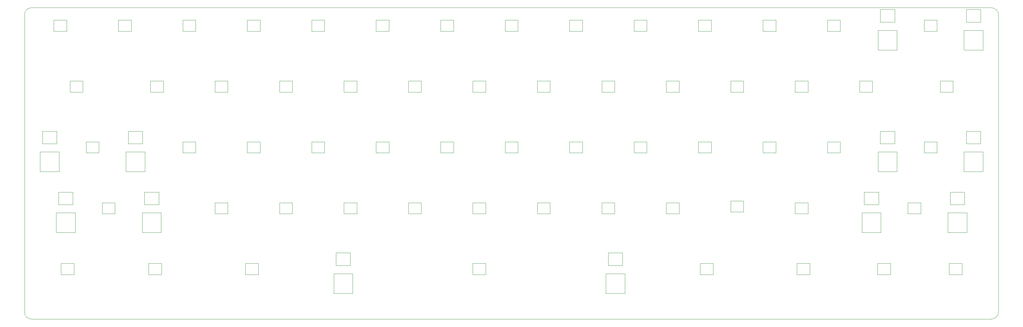
<source format=gbr>
G04 #@! TF.GenerationSoftware,KiCad,Pcbnew,(5.1.4)-1*
G04 #@! TF.CreationDate,2020-12-21T07:42:17-08:00*
G04 #@! TF.ProjectId,brownie pan,62726f77-6e69-4652-9070-616e2e6b6963,rev?*
G04 #@! TF.SameCoordinates,Original*
G04 #@! TF.FileFunction,Profile,NP*
%FSLAX46Y46*%
G04 Gerber Fmt 4.6, Leading zero omitted, Abs format (unit mm)*
G04 Created by KiCad (PCBNEW (5.1.4)-1) date 2020-12-21 07:42:17*
%MOMM*%
%LPD*%
G04 APERTURE LIST*
%ADD10C,0.050000*%
%ADD11C,0.120000*%
G04 APERTURE END LIST*
D10*
X14000000Y-99000000D02*
X14000000Y-16000000D01*
X284000000Y-101000000D02*
X16000000Y-101000000D01*
X286000000Y-16000000D02*
X286000000Y-99000000D01*
X16000000Y-14000000D02*
X284000000Y-14000000D01*
X14000000Y-16000000D02*
G75*
G02X16000000Y-14000000I2000000J0D01*
G01*
X284000000Y-14000000D02*
G75*
G02X286000000Y-16000000I0J-2000000D01*
G01*
X286000000Y-99000000D02*
G75*
G02X284000000Y-101000000I-2000000J0D01*
G01*
X16000000Y-101000000D02*
G75*
G02X14000000Y-99000000I0J2000000D01*
G01*
D11*
X61800000Y-20550000D02*
X58200000Y-20550000D01*
X61800000Y-17450000D02*
X61800000Y-20550000D01*
X58200000Y-17450000D02*
X61800000Y-17450000D01*
X58200000Y-20550000D02*
X58200000Y-17450000D01*
X25800000Y-20550000D02*
X22200000Y-20550000D01*
X25800000Y-17450000D02*
X25800000Y-20550000D01*
X22200000Y-17450000D02*
X25800000Y-17450000D01*
X22200000Y-20550000D02*
X22200000Y-17450000D01*
X43800000Y-20550000D02*
X40200000Y-20550000D01*
X43800000Y-17450000D02*
X43800000Y-20550000D01*
X40200000Y-17450000D02*
X43800000Y-17450000D01*
X40200000Y-20550000D02*
X40200000Y-17450000D01*
X79800000Y-20550000D02*
X76200000Y-20550000D01*
X79800000Y-17450000D02*
X79800000Y-20550000D01*
X76200000Y-17450000D02*
X79800000Y-17450000D01*
X76200000Y-20550000D02*
X76200000Y-17450000D01*
X97800000Y-20550000D02*
X94200000Y-20550000D01*
X97800000Y-17450000D02*
X97800000Y-20550000D01*
X94200000Y-17450000D02*
X97800000Y-17450000D01*
X94200000Y-20550000D02*
X94200000Y-17450000D01*
X115800000Y-20550000D02*
X112200000Y-20550000D01*
X115800000Y-17450000D02*
X115800000Y-20550000D01*
X112200000Y-17450000D02*
X115800000Y-17450000D01*
X112200000Y-20550000D02*
X112200000Y-17450000D01*
X133800000Y-20550000D02*
X130200000Y-20550000D01*
X133800000Y-17450000D02*
X133800000Y-20550000D01*
X130200000Y-17450000D02*
X133800000Y-17450000D01*
X130200000Y-20550000D02*
X130200000Y-17450000D01*
X151800000Y-20550000D02*
X148200000Y-20550000D01*
X151800000Y-17450000D02*
X151800000Y-20550000D01*
X148200000Y-17450000D02*
X151800000Y-17450000D01*
X148200000Y-20550000D02*
X148200000Y-17450000D01*
X169800000Y-20550000D02*
X166200000Y-20550000D01*
X169800000Y-17450000D02*
X169800000Y-20550000D01*
X166200000Y-17450000D02*
X169800000Y-17450000D01*
X166200000Y-20550000D02*
X166200000Y-17450000D01*
X187800000Y-20550000D02*
X184200000Y-20550000D01*
X187800000Y-17450000D02*
X187800000Y-20550000D01*
X184200000Y-17450000D02*
X187800000Y-17450000D01*
X184200000Y-20550000D02*
X184200000Y-17450000D01*
X205800000Y-20550000D02*
X202200000Y-20550000D01*
X205800000Y-17450000D02*
X205800000Y-20550000D01*
X202200000Y-17450000D02*
X205800000Y-17450000D01*
X202200000Y-20550000D02*
X202200000Y-17450000D01*
X223800000Y-20550000D02*
X220200000Y-20550000D01*
X223800000Y-17450000D02*
X223800000Y-20550000D01*
X220200000Y-17450000D02*
X223800000Y-17450000D01*
X220200000Y-20550000D02*
X220200000Y-17450000D01*
X241800000Y-20550000D02*
X238200000Y-20550000D01*
X241800000Y-17450000D02*
X241800000Y-20550000D01*
X238200000Y-17450000D02*
X241800000Y-17450000D01*
X238200000Y-20550000D02*
X238200000Y-17450000D01*
X268800000Y-20550000D02*
X265200000Y-20550000D01*
X268800000Y-17450000D02*
X268800000Y-20550000D01*
X265200000Y-17450000D02*
X268800000Y-17450000D01*
X265200000Y-20550000D02*
X265200000Y-17450000D01*
X30300000Y-37550000D02*
X26700000Y-37550000D01*
X30300000Y-34450000D02*
X30300000Y-37550000D01*
X26700000Y-34450000D02*
X30300000Y-34450000D01*
X26700000Y-37550000D02*
X26700000Y-34450000D01*
X52800000Y-37550000D02*
X49200000Y-37550000D01*
X52800000Y-34450000D02*
X52800000Y-37550000D01*
X49200000Y-34450000D02*
X52800000Y-34450000D01*
X49200000Y-37550000D02*
X49200000Y-34450000D01*
X70800000Y-37550000D02*
X67200000Y-37550000D01*
X70800000Y-34450000D02*
X70800000Y-37550000D01*
X67200000Y-34450000D02*
X70800000Y-34450000D01*
X67200000Y-37550000D02*
X67200000Y-34450000D01*
X88800000Y-37550000D02*
X85200000Y-37550000D01*
X88800000Y-34450000D02*
X88800000Y-37550000D01*
X85200000Y-34450000D02*
X88800000Y-34450000D01*
X85200000Y-37550000D02*
X85200000Y-34450000D01*
X106800000Y-37550000D02*
X103200000Y-37550000D01*
X106800000Y-34450000D02*
X106800000Y-37550000D01*
X103200000Y-34450000D02*
X106800000Y-34450000D01*
X103200000Y-37550000D02*
X103200000Y-34450000D01*
X124800000Y-37550000D02*
X121200000Y-37550000D01*
X124800000Y-34450000D02*
X124800000Y-37550000D01*
X121200000Y-34450000D02*
X124800000Y-34450000D01*
X121200000Y-37550000D02*
X121200000Y-34450000D01*
X142800000Y-37550000D02*
X139200000Y-37550000D01*
X142800000Y-34450000D02*
X142800000Y-37550000D01*
X139200000Y-34450000D02*
X142800000Y-34450000D01*
X139200000Y-37550000D02*
X139200000Y-34450000D01*
X160800000Y-37550000D02*
X157200000Y-37550000D01*
X160800000Y-34450000D02*
X160800000Y-37550000D01*
X157200000Y-34450000D02*
X160800000Y-34450000D01*
X157200000Y-37550000D02*
X157200000Y-34450000D01*
X178800000Y-37550000D02*
X175200000Y-37550000D01*
X178800000Y-34450000D02*
X178800000Y-37550000D01*
X175200000Y-34450000D02*
X178800000Y-34450000D01*
X175200000Y-37550000D02*
X175200000Y-34450000D01*
X196800000Y-37550000D02*
X193200000Y-37550000D01*
X196800000Y-34450000D02*
X196800000Y-37550000D01*
X193200000Y-34450000D02*
X196800000Y-34450000D01*
X193200000Y-37550000D02*
X193200000Y-34450000D01*
X214800000Y-37550000D02*
X211200000Y-37550000D01*
X214800000Y-34450000D02*
X214800000Y-37550000D01*
X211200000Y-34450000D02*
X214800000Y-34450000D01*
X211200000Y-37550000D02*
X211200000Y-34450000D01*
X232800000Y-37550000D02*
X229200000Y-37550000D01*
X232800000Y-34450000D02*
X232800000Y-37550000D01*
X229200000Y-34450000D02*
X232800000Y-34450000D01*
X229200000Y-37550000D02*
X229200000Y-34450000D01*
X250800000Y-37550000D02*
X247200000Y-37550000D01*
X250800000Y-34450000D02*
X250800000Y-37550000D01*
X247200000Y-34450000D02*
X250800000Y-34450000D01*
X247200000Y-37550000D02*
X247200000Y-34450000D01*
X273300000Y-37550000D02*
X269700000Y-37550000D01*
X273300000Y-34450000D02*
X273300000Y-37550000D01*
X269700000Y-34450000D02*
X273300000Y-34450000D01*
X269700000Y-37550000D02*
X269700000Y-34450000D01*
X34800000Y-54550000D02*
X31200000Y-54550000D01*
X34800000Y-51450000D02*
X34800000Y-54550000D01*
X31200000Y-51450000D02*
X34800000Y-51450000D01*
X31200000Y-54550000D02*
X31200000Y-51450000D01*
X61800000Y-54550000D02*
X58200000Y-54550000D01*
X61800000Y-51450000D02*
X61800000Y-54550000D01*
X58200000Y-51450000D02*
X61800000Y-51450000D01*
X58200000Y-54550000D02*
X58200000Y-51450000D01*
X79800000Y-54550000D02*
X76200000Y-54550000D01*
X79800000Y-51450000D02*
X79800000Y-54550000D01*
X76200000Y-51450000D02*
X79800000Y-51450000D01*
X76200000Y-54550000D02*
X76200000Y-51450000D01*
X97800000Y-54550000D02*
X94200000Y-54550000D01*
X97800000Y-51450000D02*
X97800000Y-54550000D01*
X94200000Y-51450000D02*
X97800000Y-51450000D01*
X94200000Y-54550000D02*
X94200000Y-51450000D01*
X115800000Y-54550000D02*
X112200000Y-54550000D01*
X115800000Y-51450000D02*
X115800000Y-54550000D01*
X112200000Y-51450000D02*
X115800000Y-51450000D01*
X112200000Y-54550000D02*
X112200000Y-51450000D01*
X133800000Y-54550000D02*
X130200000Y-54550000D01*
X133800000Y-51450000D02*
X133800000Y-54550000D01*
X130200000Y-51450000D02*
X133800000Y-51450000D01*
X130200000Y-54550000D02*
X130200000Y-51450000D01*
X151800000Y-54550000D02*
X148200000Y-54550000D01*
X151800000Y-51450000D02*
X151800000Y-54550000D01*
X148200000Y-51450000D02*
X151800000Y-51450000D01*
X148200000Y-54550000D02*
X148200000Y-51450000D01*
X169800000Y-54550000D02*
X166200000Y-54550000D01*
X169800000Y-51450000D02*
X169800000Y-54550000D01*
X166200000Y-51450000D02*
X169800000Y-51450000D01*
X166200000Y-54550000D02*
X166200000Y-51450000D01*
X187800000Y-54550000D02*
X184200000Y-54550000D01*
X187800000Y-51450000D02*
X187800000Y-54550000D01*
X184200000Y-51450000D02*
X187800000Y-51450000D01*
X184200000Y-54550000D02*
X184200000Y-51450000D01*
X205800000Y-54550000D02*
X202200000Y-54550000D01*
X205800000Y-51450000D02*
X205800000Y-54550000D01*
X202200000Y-51450000D02*
X205800000Y-51450000D01*
X202200000Y-54550000D02*
X202200000Y-51450000D01*
X223800000Y-54550000D02*
X220200000Y-54550000D01*
X223800000Y-51450000D02*
X223800000Y-54550000D01*
X220200000Y-51450000D02*
X223800000Y-51450000D01*
X220200000Y-54550000D02*
X220200000Y-51450000D01*
X241800000Y-54550000D02*
X238200000Y-54550000D01*
X241800000Y-51450000D02*
X241800000Y-54550000D01*
X238200000Y-51450000D02*
X241800000Y-51450000D01*
X238200000Y-54550000D02*
X238200000Y-51450000D01*
X268800000Y-54550000D02*
X265200000Y-54550000D01*
X268800000Y-51450000D02*
X268800000Y-54550000D01*
X265200000Y-51450000D02*
X268800000Y-51450000D01*
X265200000Y-54550000D02*
X265200000Y-51450000D01*
X39300000Y-71550000D02*
X35700000Y-71550000D01*
X39300000Y-68450000D02*
X39300000Y-71550000D01*
X35700000Y-68450000D02*
X39300000Y-68450000D01*
X35700000Y-71550000D02*
X35700000Y-68450000D01*
X70800000Y-71550000D02*
X67200000Y-71550000D01*
X70800000Y-68450000D02*
X70800000Y-71550000D01*
X67200000Y-68450000D02*
X70800000Y-68450000D01*
X67200000Y-71550000D02*
X67200000Y-68450000D01*
X88800000Y-71550000D02*
X85200000Y-71550000D01*
X88800000Y-68450000D02*
X88800000Y-71550000D01*
X85200000Y-68450000D02*
X88800000Y-68450000D01*
X85200000Y-71550000D02*
X85200000Y-68450000D01*
X106800000Y-71550000D02*
X103200000Y-71550000D01*
X106800000Y-68450000D02*
X106800000Y-71550000D01*
X103200000Y-68450000D02*
X106800000Y-68450000D01*
X103200000Y-71550000D02*
X103200000Y-68450000D01*
X124800000Y-71550000D02*
X121200000Y-71550000D01*
X124800000Y-68450000D02*
X124800000Y-71550000D01*
X121200000Y-68450000D02*
X124800000Y-68450000D01*
X121200000Y-71550000D02*
X121200000Y-68450000D01*
X142800000Y-71550000D02*
X139200000Y-71550000D01*
X142800000Y-68450000D02*
X142800000Y-71550000D01*
X139200000Y-68450000D02*
X142800000Y-68450000D01*
X139200000Y-71550000D02*
X139200000Y-68450000D01*
X160800000Y-71550000D02*
X157200000Y-71550000D01*
X160800000Y-68450000D02*
X160800000Y-71550000D01*
X157200000Y-68450000D02*
X160800000Y-68450000D01*
X157200000Y-71550000D02*
X157200000Y-68450000D01*
X178800000Y-71550000D02*
X175200000Y-71550000D01*
X178800000Y-68450000D02*
X178800000Y-71550000D01*
X175200000Y-68450000D02*
X178800000Y-68450000D01*
X175200000Y-71550000D02*
X175200000Y-68450000D01*
X196800000Y-71550000D02*
X193200000Y-71550000D01*
X196800000Y-68450000D02*
X196800000Y-71550000D01*
X193200000Y-68450000D02*
X196800000Y-68450000D01*
X193200000Y-71550000D02*
X193200000Y-68450000D01*
X214800000Y-71050000D02*
X211200000Y-71050000D01*
X214800000Y-67950000D02*
X214800000Y-71050000D01*
X211200000Y-67950000D02*
X214800000Y-67950000D01*
X211200000Y-71050000D02*
X211200000Y-67950000D01*
X232800000Y-71550000D02*
X229200000Y-71550000D01*
X232800000Y-68450000D02*
X232800000Y-71550000D01*
X229200000Y-68450000D02*
X232800000Y-68450000D01*
X229200000Y-71550000D02*
X229200000Y-68450000D01*
X264300000Y-71550000D02*
X260700000Y-71550000D01*
X264300000Y-68450000D02*
X264300000Y-71550000D01*
X260700000Y-68450000D02*
X264300000Y-68450000D01*
X260700000Y-71550000D02*
X260700000Y-68450000D01*
X27800000Y-88550000D02*
X24200000Y-88550000D01*
X27800000Y-85450000D02*
X27800000Y-88550000D01*
X24200000Y-85450000D02*
X27800000Y-85450000D01*
X24200000Y-88550000D02*
X24200000Y-85450000D01*
X52300000Y-88550000D02*
X48700000Y-88550000D01*
X52300000Y-85450000D02*
X52300000Y-88550000D01*
X48700000Y-85450000D02*
X52300000Y-85450000D01*
X48700000Y-88550000D02*
X48700000Y-85450000D01*
X79300000Y-88550000D02*
X75700000Y-88550000D01*
X79300000Y-85450000D02*
X79300000Y-88550000D01*
X75700000Y-85450000D02*
X79300000Y-85450000D01*
X75700000Y-88550000D02*
X75700000Y-85450000D01*
X142800000Y-88550000D02*
X139200000Y-88550000D01*
X142800000Y-85450000D02*
X142800000Y-88550000D01*
X139200000Y-85450000D02*
X142800000Y-85450000D01*
X139200000Y-88550000D02*
X139200000Y-85450000D01*
X206300000Y-88550000D02*
X202700000Y-88550000D01*
X206300000Y-85450000D02*
X206300000Y-88550000D01*
X202700000Y-85450000D02*
X206300000Y-85450000D01*
X202700000Y-88550000D02*
X202700000Y-85450000D01*
X233300000Y-88550000D02*
X229700000Y-88550000D01*
X233300000Y-85450000D02*
X233300000Y-88550000D01*
X229700000Y-85450000D02*
X233300000Y-85450000D01*
X229700000Y-88550000D02*
X229700000Y-85450000D01*
X255800000Y-88550000D02*
X252200000Y-88550000D01*
X255800000Y-85450000D02*
X255800000Y-88550000D01*
X252200000Y-85450000D02*
X255800000Y-85450000D01*
X252200000Y-88550000D02*
X252200000Y-85450000D01*
X275800000Y-88550000D02*
X272200000Y-88550000D01*
X275800000Y-85450000D02*
X275800000Y-88550000D01*
X272200000Y-85450000D02*
X275800000Y-85450000D01*
X272200000Y-88550000D02*
X272200000Y-85450000D01*
X281000000Y-18000000D02*
X281000000Y-14500000D01*
X277000000Y-14500000D02*
X277000000Y-18000000D01*
X277000000Y-18000000D02*
X281000000Y-18000000D01*
X277000000Y-14500000D02*
X281000000Y-14500000D01*
X276350000Y-20300000D02*
X276350000Y-25800000D01*
X281650000Y-25800000D02*
X281650000Y-20300000D01*
X276350000Y-20300000D02*
X281650000Y-20300000D01*
X276350000Y-25800000D02*
X281650000Y-25800000D01*
X257000000Y-18000000D02*
X257000000Y-14500000D01*
X253000000Y-14500000D02*
X253000000Y-18000000D01*
X253000000Y-18000000D02*
X257000000Y-18000000D01*
X253000000Y-14500000D02*
X257000000Y-14500000D01*
X252350000Y-20300000D02*
X252350000Y-25800000D01*
X257650000Y-25800000D02*
X257650000Y-20300000D01*
X252350000Y-20300000D02*
X257650000Y-20300000D01*
X252350000Y-25800000D02*
X257650000Y-25800000D01*
X47000000Y-52000000D02*
X47000000Y-48500000D01*
X43000000Y-48500000D02*
X43000000Y-52000000D01*
X43000000Y-52000000D02*
X47000000Y-52000000D01*
X43000000Y-48500000D02*
X47000000Y-48500000D01*
X42350000Y-54300000D02*
X42350000Y-59800000D01*
X47650000Y-59800000D02*
X47650000Y-54300000D01*
X42350000Y-54300000D02*
X47650000Y-54300000D01*
X42350000Y-59800000D02*
X47650000Y-59800000D01*
X23000000Y-52000000D02*
X23000000Y-48500000D01*
X19000000Y-48500000D02*
X19000000Y-52000000D01*
X19000000Y-52000000D02*
X23000000Y-52000000D01*
X19000000Y-48500000D02*
X23000000Y-48500000D01*
X18350000Y-54300000D02*
X18350000Y-59800000D01*
X23650000Y-59800000D02*
X23650000Y-54300000D01*
X18350000Y-54300000D02*
X23650000Y-54300000D01*
X18350000Y-59800000D02*
X23650000Y-59800000D01*
X281000000Y-52000000D02*
X281000000Y-48500000D01*
X277000000Y-48500000D02*
X277000000Y-52000000D01*
X277000000Y-52000000D02*
X281000000Y-52000000D01*
X277000000Y-48500000D02*
X281000000Y-48500000D01*
X276350000Y-54300000D02*
X276350000Y-59800000D01*
X281650000Y-59800000D02*
X281650000Y-54300000D01*
X276350000Y-54300000D02*
X281650000Y-54300000D01*
X276350000Y-59800000D02*
X281650000Y-59800000D01*
X257000000Y-52000000D02*
X257000000Y-48500000D01*
X253000000Y-48500000D02*
X253000000Y-52000000D01*
X253000000Y-52000000D02*
X257000000Y-52000000D01*
X253000000Y-48500000D02*
X257000000Y-48500000D01*
X252350000Y-54300000D02*
X252350000Y-59800000D01*
X257650000Y-59800000D02*
X257650000Y-54300000D01*
X252350000Y-54300000D02*
X257650000Y-54300000D01*
X252350000Y-59800000D02*
X257650000Y-59800000D01*
X51500000Y-69000000D02*
X51500000Y-65500000D01*
X47500000Y-65500000D02*
X47500000Y-69000000D01*
X47500000Y-69000000D02*
X51500000Y-69000000D01*
X47500000Y-65500000D02*
X51500000Y-65500000D01*
X46850000Y-71300000D02*
X46850000Y-76800000D01*
X52150000Y-76800000D02*
X52150000Y-71300000D01*
X46850000Y-71300000D02*
X52150000Y-71300000D01*
X46850000Y-76800000D02*
X52150000Y-76800000D01*
X27500000Y-69000000D02*
X27500000Y-65500000D01*
X23500000Y-65500000D02*
X23500000Y-69000000D01*
X23500000Y-69000000D02*
X27500000Y-69000000D01*
X23500000Y-65500000D02*
X27500000Y-65500000D01*
X22850000Y-71300000D02*
X22850000Y-76800000D01*
X28150000Y-76800000D02*
X28150000Y-71300000D01*
X22850000Y-71300000D02*
X28150000Y-71300000D01*
X22850000Y-76800000D02*
X28150000Y-76800000D01*
X276500000Y-69000000D02*
X276500000Y-65500000D01*
X272500000Y-65500000D02*
X272500000Y-69000000D01*
X272500000Y-69000000D02*
X276500000Y-69000000D01*
X272500000Y-65500000D02*
X276500000Y-65500000D01*
X271850000Y-71300000D02*
X271850000Y-76800000D01*
X277150000Y-76800000D02*
X277150000Y-71300000D01*
X271850000Y-71300000D02*
X277150000Y-71300000D01*
X271850000Y-76800000D02*
X277150000Y-76800000D01*
X252500000Y-69000000D02*
X252500000Y-65500000D01*
X248500000Y-65500000D02*
X248500000Y-69000000D01*
X248500000Y-69000000D02*
X252500000Y-69000000D01*
X248500000Y-65500000D02*
X252500000Y-65500000D01*
X247850000Y-71300000D02*
X247850000Y-76800000D01*
X253150000Y-76800000D02*
X253150000Y-71300000D01*
X247850000Y-71300000D02*
X253150000Y-71300000D01*
X247850000Y-76800000D02*
X253150000Y-76800000D01*
X100350000Y-93800000D02*
X105650000Y-93800000D01*
X100350000Y-88300000D02*
X105650000Y-88300000D01*
X105650000Y-93800000D02*
X105650000Y-88300000D01*
X100350000Y-88300000D02*
X100350000Y-93800000D01*
X101000000Y-82500000D02*
X105000000Y-82500000D01*
X101000000Y-86000000D02*
X105000000Y-86000000D01*
X101000000Y-82500000D02*
X101000000Y-86000000D01*
X105000000Y-86000000D02*
X105000000Y-82500000D01*
X176350000Y-93800000D02*
X181650000Y-93800000D01*
X176350000Y-88300000D02*
X181650000Y-88300000D01*
X181650000Y-93800000D02*
X181650000Y-88300000D01*
X176350000Y-88300000D02*
X176350000Y-93800000D01*
X177000000Y-82500000D02*
X181000000Y-82500000D01*
X177000000Y-86000000D02*
X181000000Y-86000000D01*
X177000000Y-82500000D02*
X177000000Y-86000000D01*
X181000000Y-86000000D02*
X181000000Y-82500000D01*
M02*

</source>
